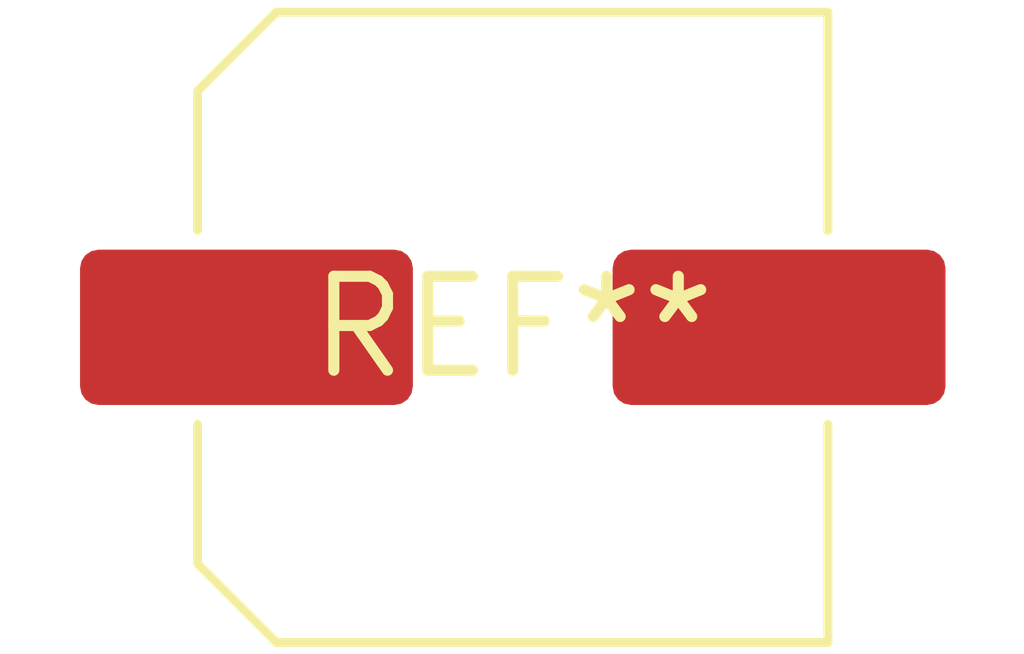
<source format=kicad_pcb>
(kicad_pcb (version 20240108) (generator pcbnew)
  (layers (0 "F.Cu" signal) (31 "B.Cu" signal) (34 "B.Paste" user) (35 "F.Paste" user) (36 "B.SilkS" user "B.Silkscreen") (37 "F.SilkS" user "F.Silkscreen") (38 "B.Mask" user) (39 "F.Mask" user) (44 "Edge.Cuts" user))
  (net 0 "")
  (footprint "C_Elec_8x10.2" (layer "F.Cu") (at 0 0)
    (property "Reference" "REF**")
    (property "Value" "C_Elec_8x10.2")
    (fp_line (start -4.26 -3.195563) (end -4.26 -1.31) (layer "F.SilkS") (stroke (width 0.12)))
    (fp_line (start -4.26 -3.195563) (end -3.195563 -4.26) (layer "F.SilkS") (stroke (width 0.12)))
    (fp_line (start -4.26 3.195563) (end -4.26 1.31) (layer "F.SilkS") (stroke (width 0.12)))
    (fp_line (start -4.26 3.195563) (end -3.195563 4.26) (layer "F.SilkS") (stroke (width 0.12)))
    (fp_line (start -3.195563 -4.26) (end 4.26 -4.26) (layer "F.SilkS") (stroke (width 0.12)))
    (fp_line (start -3.195563 4.26) (end 4.26 4.26) (layer "F.SilkS") (stroke (width 0.12)))
    (fp_line (start 4.26 -4.26) (end 4.26 -1.31) (layer "F.SilkS") (stroke (width 0.12)))
    (fp_line (start 4.26 4.26) (end 4.26 1.31) (layer "F.SilkS") (stroke (width 0.12)))
    (pad "1" smd roundrect (at -3.6 0) (size 4.5 2.1) (layers "F.Cu" "F.Paste" "F.Mask") (roundrect_rratio 0.119048))
    (pad "2" smd roundrect (at 3.6 0) (size 4.5 2.1) (layers "F.Cu" "F.Paste" "F.Mask") (roundrect_rratio 0.119048))
  )
)
</source>
